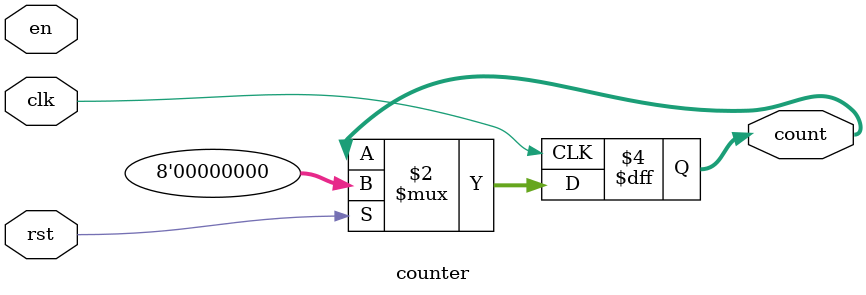
<source format=sv>
module counter #(
    // bits in counter set to 8 bits
    parameter WIDTH = 8
)(
    // interface signals
    input logic clk, //clk
    input logic rst, //reset
    input logic en, // enable
    output logic [WIDTH-1:0] count //count output
);
// indicates that this is a clocked circuit
always_ff@(posedge clk) 
// {WIDTH{1’b0}} in line 12 uses the concatenation operator { } to form WIDTH bits of ‘0
if(rst)begin
count <= {WIDTH{1'b0}};
end
// step 1
// else begin
//     if(en)
//     count <= count;
//     else
//     count <= count + 4'h0001;
// step 2 
// else
//     if(en)
//     count <=count+1;

endmodule 


</source>
